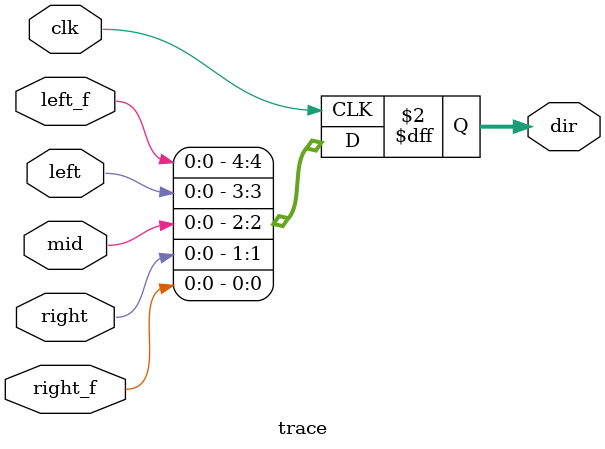
<source format=v>
module trace(
                 input wire clk,
                 input wire mid, left, right, left_f, right_f,   //left_far  right_far
                 output reg  [4:0] dir

 );

  always @ (posedge clk)

    dir <= {left_f, left,  mid, right, right_f};

endmodule
 
</source>
